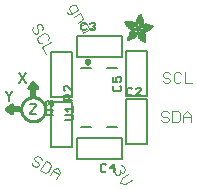
<source format=gbr>
G04 EAGLE Gerber RS-274X export*
G75*
%MOMM*%
%FSLAX34Y34*%
%LPD*%
%INSilkscreen Top*%
%IPPOS*%
%AMOC8*
5,1,8,0,0,1.08239X$1,22.5*%
G01*
%ADD10C,0.152400*%
%ADD11C,0.254000*%
%ADD12C,0.101600*%
%ADD13C,0.203200*%
%ADD14C,0.250000*%
%ADD15R,0.034300X0.003800*%
%ADD16R,0.057200X0.003800*%
%ADD17R,0.076200X0.003800*%
%ADD18R,0.091400X0.003800*%
%ADD19R,0.102900X0.003800*%
%ADD20R,0.114300X0.003900*%
%ADD21R,0.129500X0.003800*%
%ADD22R,0.137200X0.003800*%
%ADD23R,0.144800X0.003800*%
%ADD24R,0.152400X0.003800*%
%ADD25R,0.160000X0.003800*%
%ADD26R,0.171500X0.003800*%
%ADD27R,0.175300X0.003800*%
%ADD28R,0.182900X0.003800*%
%ADD29R,0.190500X0.003800*%
%ADD30R,0.194300X0.003900*%
%ADD31R,0.201900X0.003800*%
%ADD32R,0.209500X0.003800*%
%ADD33R,0.213400X0.003800*%
%ADD34R,0.221000X0.003800*%
%ADD35R,0.224800X0.003800*%
%ADD36R,0.232400X0.003800*%
%ADD37R,0.240000X0.003800*%
%ADD38R,0.243800X0.003800*%
%ADD39R,0.247600X0.003800*%
%ADD40R,0.255300X0.003900*%
%ADD41R,0.259100X0.003800*%
%ADD42R,0.262900X0.003800*%
%ADD43R,0.270500X0.003800*%
%ADD44R,0.274300X0.003800*%
%ADD45R,0.281900X0.003800*%
%ADD46R,0.285700X0.003800*%
%ADD47R,0.289500X0.003800*%
%ADD48R,0.297200X0.003800*%
%ADD49R,0.301000X0.003800*%
%ADD50R,0.304800X0.003900*%
%ADD51R,0.312400X0.003800*%
%ADD52R,0.316200X0.003800*%
%ADD53R,0.320000X0.003800*%
%ADD54R,0.327600X0.003800*%
%ADD55R,0.331500X0.003800*%
%ADD56R,0.339100X0.003800*%
%ADD57R,0.342900X0.003800*%
%ADD58R,0.346700X0.003800*%
%ADD59R,0.354300X0.003800*%
%ADD60R,0.358100X0.003900*%
%ADD61R,0.361900X0.003800*%
%ADD62R,0.369600X0.003800*%
%ADD63R,0.373400X0.003800*%
%ADD64R,0.377200X0.003800*%
%ADD65R,0.384800X0.003800*%
%ADD66R,0.388600X0.003800*%
%ADD67R,0.396200X0.003800*%
%ADD68R,0.400000X0.003800*%
%ADD69R,0.403800X0.003800*%
%ADD70R,0.411500X0.003900*%
%ADD71R,0.415300X0.003800*%
%ADD72R,0.419100X0.003800*%
%ADD73R,0.045700X0.003800*%
%ADD74R,0.426700X0.003800*%
%ADD75R,0.072400X0.003800*%
%ADD76R,0.430500X0.003800*%
%ADD77R,0.095300X0.003800*%
%ADD78R,0.438100X0.003800*%
%ADD79R,0.110500X0.003800*%
%ADD80R,0.441900X0.003800*%
%ADD81R,0.445800X0.003800*%
%ADD82R,0.144700X0.003800*%
%ADD83R,0.453400X0.003800*%
%ADD84R,0.457200X0.003800*%
%ADD85R,0.175300X0.003900*%
%ADD86R,0.461000X0.003900*%
%ADD87R,0.468600X0.003800*%
%ADD88R,0.205800X0.003800*%
%ADD89R,0.472400X0.003800*%
%ADD90R,0.217200X0.003800*%
%ADD91R,0.476200X0.003800*%
%ADD92R,0.483900X0.003800*%
%ADD93R,0.247700X0.003800*%
%ADD94R,0.487700X0.003800*%
%ADD95R,0.495300X0.003800*%
%ADD96R,0.499100X0.003800*%
%ADD97R,0.502900X0.003800*%
%ADD98R,0.510500X0.003800*%
%ADD99R,0.308600X0.003900*%
%ADD100R,0.514300X0.003900*%
%ADD101R,0.323800X0.003800*%
%ADD102R,0.518100X0.003800*%
%ADD103R,0.335300X0.003800*%
%ADD104R,0.525800X0.003800*%
%ADD105R,0.529600X0.003800*%
%ADD106R,0.358100X0.003800*%
%ADD107R,0.533400X0.003800*%
%ADD108R,0.537200X0.003800*%
%ADD109R,0.381000X0.003800*%
%ADD110R,0.544800X0.003800*%
%ADD111R,0.392400X0.003800*%
%ADD112R,0.548600X0.003800*%
%ADD113R,0.552400X0.003800*%
%ADD114R,0.556200X0.003800*%
%ADD115R,0.422900X0.003900*%
%ADD116R,0.560100X0.003900*%
%ADD117R,0.434300X0.003800*%
%ADD118R,0.563900X0.003800*%
%ADD119R,0.567700X0.003800*%
%ADD120R,0.461000X0.003800*%
%ADD121R,0.571500X0.003800*%
%ADD122R,0.575300X0.003800*%
%ADD123R,0.480100X0.003800*%
%ADD124R,0.579100X0.003800*%
%ADD125R,0.491500X0.003800*%
%ADD126R,0.582900X0.003800*%
%ADD127R,0.586700X0.003800*%
%ADD128R,0.510600X0.003800*%
%ADD129R,0.590500X0.003800*%
%ADD130R,0.522000X0.003800*%
%ADD131R,0.594300X0.003800*%
%ADD132R,0.533400X0.003900*%
%ADD133R,0.598200X0.003900*%
%ADD134R,0.541000X0.003800*%
%ADD135R,0.602000X0.003800*%
%ADD136R,0.552500X0.003800*%
%ADD137R,0.605800X0.003800*%
%ADD138R,0.560100X0.003800*%
%ADD139R,0.609600X0.003800*%
%ADD140R,0.613400X0.003800*%
%ADD141R,0.583000X0.003800*%
%ADD142R,0.617200X0.003800*%
%ADD143R,0.594400X0.003800*%
%ADD144R,0.621000X0.003800*%
%ADD145R,0.598200X0.003800*%
%ADD146R,0.624800X0.003800*%
%ADD147R,0.613500X0.003900*%
%ADD148R,0.628600X0.003900*%
%ADD149R,0.632400X0.003800*%
%ADD150R,0.628600X0.003800*%
%ADD151R,0.636300X0.003800*%
%ADD152R,0.640100X0.003800*%
%ADD153R,0.636200X0.003800*%
%ADD154R,0.643900X0.003800*%
%ADD155R,0.647700X0.003800*%
%ADD156R,0.651500X0.003800*%
%ADD157R,0.659100X0.003800*%
%ADD158R,0.659100X0.003900*%
%ADD159R,0.655300X0.003900*%
%ADD160R,0.662900X0.003800*%
%ADD161R,0.655300X0.003800*%
%ADD162R,0.670500X0.003800*%
%ADD163R,0.670600X0.003800*%
%ADD164R,0.674400X0.003800*%
%ADD165R,0.682000X0.003800*%
%ADD166R,0.666700X0.003800*%
%ADD167R,0.685800X0.003800*%
%ADD168R,0.689600X0.003800*%
%ADD169R,0.693400X0.003900*%
%ADD170R,0.674400X0.003900*%
%ADD171R,0.697200X0.003800*%
%ADD172R,0.678200X0.003800*%
%ADD173R,0.697300X0.003800*%
%ADD174R,0.701100X0.003800*%
%ADD175R,0.704900X0.003800*%
%ADD176R,0.708700X0.003800*%
%ADD177R,0.712500X0.003800*%
%ADD178R,0.716300X0.003800*%
%ADD179R,0.720100X0.003900*%
%ADD180R,0.689600X0.003900*%
%ADD181R,0.720000X0.003800*%
%ADD182R,0.693400X0.003800*%
%ADD183R,0.723900X0.003800*%
%ADD184R,0.727700X0.003800*%
%ADD185R,0.731500X0.003800*%
%ADD186R,0.701000X0.003800*%
%ADD187R,0.735300X0.003800*%
%ADD188R,0.731500X0.003900*%
%ADD189R,0.701000X0.003900*%
%ADD190R,0.704800X0.003800*%
%ADD191R,0.739100X0.003800*%
%ADD192R,0.743000X0.003800*%
%ADD193R,0.739200X0.003800*%
%ADD194R,0.743000X0.003900*%
%ADD195R,0.704800X0.003900*%
%ADD196R,0.746800X0.003800*%
%ADD197R,0.746800X0.003900*%
%ADD198R,0.742900X0.003800*%
%ADD199R,0.746700X0.003800*%
%ADD200R,0.746700X0.003900*%
%ADD201R,1.428800X0.003800*%
%ADD202R,1.424900X0.003800*%
%ADD203R,1.421100X0.003900*%
%ADD204R,1.421100X0.003800*%
%ADD205R,1.417300X0.003800*%
%ADD206R,1.413500X0.003800*%
%ADD207R,1.409700X0.003800*%
%ADD208R,1.405900X0.003800*%
%ADD209R,1.402100X0.003800*%
%ADD210R,1.398300X0.003800*%
%ADD211R,0.983000X0.003900*%
%ADD212R,0.384800X0.003900*%
%ADD213R,0.971600X0.003800*%
%ADD214R,0.963900X0.003800*%
%ADD215R,0.956300X0.003800*%
%ADD216R,0.365800X0.003800*%
%ADD217R,0.952500X0.003800*%
%ADD218R,0.941000X0.003800*%
%ADD219R,0.358200X0.003800*%
%ADD220R,0.937200X0.003800*%
%ADD221R,0.933400X0.003800*%
%ADD222R,0.354400X0.003800*%
%ADD223R,0.925800X0.003800*%
%ADD224R,0.350500X0.003800*%
%ADD225R,0.922000X0.003800*%
%ADD226R,0.918200X0.003900*%
%ADD227R,0.346700X0.003900*%
%ADD228R,0.910600X0.003800*%
%ADD229R,0.906800X0.003800*%
%ADD230R,0.903000X0.003800*%
%ADD231R,0.339000X0.003800*%
%ADD232R,0.895300X0.003800*%
%ADD233R,0.335200X0.003800*%
%ADD234R,0.887700X0.003800*%
%ADD235R,0.883900X0.003800*%
%ADD236R,0.331400X0.003800*%
%ADD237R,0.880100X0.003800*%
%ADD238R,0.876300X0.003800*%
%ADD239R,0.468600X0.003900*%
%ADD240R,0.396200X0.003900*%
%ADD241R,0.323800X0.003900*%
%ADD242R,0.449600X0.003800*%
%ADD243R,0.323900X0.003800*%
%ADD244R,0.442000X0.003800*%
%ADD245R,0.434400X0.003800*%
%ADD246R,0.320100X0.003800*%
%ADD247R,0.316300X0.003800*%
%ADD248R,0.426800X0.003800*%
%ADD249R,0.327700X0.003800*%
%ADD250R,0.312500X0.003800*%
%ADD251R,0.422900X0.003800*%
%ADD252R,0.308600X0.003800*%
%ADD253R,0.293400X0.003800*%
%ADD254R,0.304800X0.003800*%
%ADD255R,0.419100X0.003900*%
%ADD256R,0.285700X0.003900*%
%ADD257R,0.301000X0.003900*%
%ADD258R,0.411500X0.003800*%
%ADD259R,0.407700X0.003800*%
%ADD260R,0.289600X0.003800*%
%ADD261R,0.285800X0.003800*%
%ADD262R,0.403900X0.003800*%
%ADD263R,0.228600X0.003800*%
%ADD264R,0.403900X0.003900*%
%ADD265R,0.221000X0.003900*%
%ADD266R,0.278100X0.003900*%
%ADD267R,0.400100X0.003800*%
%ADD268R,0.209600X0.003800*%
%ADD269R,0.266700X0.003800*%
%ADD270R,0.038100X0.003800*%
%ADD271R,0.194300X0.003800*%
%ADD272R,0.148600X0.003800*%
%ADD273R,0.259000X0.003800*%
%ADD274R,0.182800X0.003800*%
%ADD275R,0.186700X0.003800*%
%ADD276R,0.251400X0.003800*%
%ADD277R,0.179100X0.003800*%
%ADD278R,0.236200X0.003800*%
%ADD279R,0.243900X0.003900*%
%ADD280R,0.282000X0.003900*%
%ADD281R,0.167700X0.003800*%
%ADD282R,0.236300X0.003800*%
%ADD283R,0.396300X0.003800*%
%ADD284R,0.163900X0.003800*%
%ADD285R,0.392500X0.003800*%
%ADD286R,0.160100X0.003800*%
%ADD287R,0.586800X0.003800*%
%ADD288R,0.148500X0.003800*%
%ADD289R,0.140900X0.003800*%
%ADD290R,0.392400X0.003900*%
%ADD291R,0.140900X0.003900*%
%ADD292R,0.647700X0.003900*%
%ADD293R,0.133300X0.003800*%
%ADD294R,0.674300X0.003800*%
%ADD295R,0.388700X0.003800*%
%ADD296R,0.125700X0.003800*%
%ADD297R,0.121900X0.003800*%
%ADD298R,0.720100X0.003800*%
%ADD299R,0.118100X0.003800*%
%ADD300R,0.118100X0.003900*%
%ADD301R,0.739100X0.003900*%
%ADD302R,0.114300X0.003800*%
%ADD303R,0.754400X0.003800*%
%ADD304R,0.765800X0.003800*%
%ADD305R,0.773400X0.003800*%
%ADD306R,0.784800X0.003800*%
%ADD307R,0.118200X0.003800*%
%ADD308R,0.792500X0.003800*%
%ADD309R,0.803900X0.003800*%
%ADD310R,0.122000X0.003800*%
%ADD311R,0.815400X0.003800*%
%ADD312R,0.125800X0.003800*%
%ADD313R,0.826800X0.003800*%
%ADD314R,0.369500X0.003900*%
%ADD315R,0.133400X0.003900*%
%ADD316R,0.842000X0.003900*%
%ADD317R,0.365700X0.003800*%
%ADD318R,1.009700X0.003800*%
%ADD319R,1.013500X0.003800*%
%ADD320R,0.362000X0.003800*%
%ADD321R,1.024900X0.003800*%
%ADD322R,1.028700X0.003800*%
%ADD323R,1.036300X0.003800*%
%ADD324R,1.047800X0.003800*%
%ADD325R,1.055400X0.003800*%
%ADD326R,1.070600X0.003800*%
%ADD327R,0.030500X0.003800*%
%ADD328R,1.436400X0.003800*%
%ADD329R,1.562100X0.003900*%
%ADD330R,1.588700X0.003800*%
%ADD331R,1.607800X0.003800*%
%ADD332R,1.626900X0.003800*%
%ADD333R,1.642100X0.003800*%
%ADD334R,1.657400X0.003800*%
%ADD335R,1.676400X0.003800*%
%ADD336R,1.687800X0.003800*%
%ADD337R,1.703000X0.003800*%
%ADD338R,1.714500X0.003800*%
%ADD339R,1.726000X0.003900*%
%ADD340R,1.741200X0.003800*%
%ADD341R,0.914400X0.003800*%
%ADD342R,0.769600X0.003800*%
%ADD343R,0.884000X0.003800*%
%ADD344R,0.712400X0.003800*%
%ADD345R,0.880100X0.003900*%
%ADD346R,0.887800X0.003800*%
%ADD347R,0.891600X0.003800*%
%ADD348R,0.895400X0.003800*%
%ADD349R,0.251500X0.003800*%
%ADD350R,0.579200X0.003900*%
%ADD351R,0.243900X0.003800*%
%ADD352R,0.556300X0.003800*%
%ADD353R,0.255200X0.003800*%
%ADD354R,0.529500X0.003800*%
%ADD355R,0.731600X0.003800*%
%ADD356R,0.525800X0.003900*%
%ADD357R,0.281900X0.003900*%
%ADD358R,0.735400X0.003900*%
%ADD359R,0.300900X0.003800*%
%ADD360R,0.762000X0.003800*%
%ADD361R,0.518200X0.003800*%
%ADD362R,0.350600X0.003800*%
%ADD363R,0.796300X0.003800*%
%ADD364R,0.807800X0.003800*%
%ADD365R,0.506700X0.003800*%
%ADD366R,0.849600X0.003800*%
%ADD367R,0.506700X0.003900*%
%ADD368R,1.371600X0.003900*%
%ADD369R,1.207800X0.003800*%
%ADD370R,0.503000X0.003800*%
%ADD371R,0.141000X0.003800*%
%ADD372R,1.203900X0.003800*%
%ADD373R,1.204000X0.003800*%
%ADD374R,1.200200X0.003800*%
%ADD375R,0.499100X0.003900*%
%ADD376R,0.156200X0.003900*%
%ADD377R,1.196400X0.003900*%
%ADD378R,1.196400X0.003800*%
%ADD379R,0.163800X0.003800*%
%ADD380R,0.167600X0.003800*%
%ADD381R,1.192500X0.003800*%
%ADD382R,0.499200X0.003800*%
%ADD383R,1.188700X0.003800*%
%ADD384R,0.506800X0.003800*%
%ADD385R,1.184900X0.003800*%
%ADD386R,0.510600X0.003900*%
%ADD387R,0.209600X0.003900*%
%ADD388R,1.181100X0.003900*%
%ADD389R,0.514400X0.003800*%
%ADD390R,1.181100X0.003800*%
%ADD391R,1.177300X0.003800*%
%ADD392R,0.240100X0.003800*%
%ADD393R,1.173500X0.003800*%
%ADD394R,1.169700X0.003800*%
%ADD395R,1.165900X0.003800*%
%ADD396R,1.162100X0.003800*%
%ADD397R,0.929700X0.003900*%
%ADD398R,1.162100X0.003900*%
%ADD399R,0.929700X0.003800*%
%ADD400R,1.154500X0.003800*%
%ADD401R,0.933500X0.003800*%
%ADD402R,1.150600X0.003800*%
%ADD403R,0.937300X0.003800*%
%ADD404R,1.146800X0.003800*%
%ADD405R,0.941100X0.003800*%
%ADD406R,1.139200X0.003800*%
%ADD407R,0.944900X0.003800*%
%ADD408R,1.135400X0.003800*%
%ADD409R,0.948700X0.003800*%
%ADD410R,1.127800X0.003800*%
%ADD411R,1.124000X0.003800*%
%ADD412R,1.116400X0.003800*%
%ADD413R,0.956300X0.003900*%
%ADD414R,1.104900X0.003900*%
%ADD415R,0.960100X0.003800*%
%ADD416R,1.093500X0.003800*%
%ADD417R,1.085900X0.003800*%
%ADD418R,0.967800X0.003800*%
%ADD419R,1.074500X0.003800*%
%ADD420R,1.063000X0.003800*%
%ADD421R,0.975400X0.003800*%
%ADD422R,1.036400X0.003800*%
%ADD423R,0.979200X0.003800*%
%ADD424R,1.021000X0.003800*%
%ADD425R,0.983000X0.003800*%
%ADD426R,1.009600X0.003800*%
%ADD427R,0.986800X0.003800*%
%ADD428R,0.998200X0.003800*%
%ADD429R,0.990600X0.003900*%
%ADD430R,0.986700X0.003900*%
%ADD431R,0.994400X0.003800*%
%ADD432R,0.975300X0.003800*%
%ADD433R,0.948600X0.003800*%
%ADD434R,1.002000X0.003800*%
%ADD435R,0.213300X0.003800*%
%ADD436R,0.217100X0.003800*%
%ADD437R,1.017300X0.003800*%
%ADD438R,0.666800X0.003800*%
%ADD439R,0.220900X0.003800*%
%ADD440R,1.028700X0.003900*%
%ADD441R,0.224700X0.003900*%
%ADD442R,1.032500X0.003800*%
%ADD443R,1.040100X0.003800*%
%ADD444R,1.043900X0.003800*%
%ADD445R,0.548700X0.003800*%
%ADD446R,1.051500X0.003800*%
%ADD447R,1.055300X0.003800*%
%ADD448R,1.059100X0.003800*%
%ADD449R,1.062900X0.003800*%
%ADD450R,0.255300X0.003800*%
%ADD451R,1.066800X0.003900*%
%ADD452R,0.259100X0.003900*%
%ADD453R,0.457200X0.003900*%
%ADD454R,0.423000X0.003800*%
%ADD455R,1.082100X0.003800*%
%ADD456R,0.274400X0.003800*%
%ADD457R,0.278200X0.003800*%
%ADD458R,1.101100X0.003800*%
%ADD459R,0.278100X0.003800*%
%ADD460R,0.876300X0.003900*%
%ADD461R,0.236200X0.003900*%
%ADD462R,0.289600X0.003900*%
%ADD463R,0.247700X0.003900*%
%ADD464R,0.049500X0.003800*%
%ADD465R,0.640100X0.003900*%
%ADD466R,0.659200X0.003800*%
%ADD467R,0.663000X0.003800*%
%ADD468R,0.872500X0.003900*%
%ADD469R,0.666800X0.003900*%
%ADD470R,0.872500X0.003800*%
%ADD471R,0.868700X0.003800*%
%ADD472R,0.864900X0.003800*%
%ADD473R,0.861100X0.003800*%
%ADD474R,0.857300X0.003800*%
%ADD475R,0.853400X0.003800*%
%ADD476R,0.845800X0.003800*%
%ADD477R,0.682000X0.003900*%
%ADD478R,0.842000X0.003800*%
%ADD479R,0.834400X0.003800*%
%ADD480R,0.823000X0.003800*%
%ADD481R,0.815300X0.003800*%
%ADD482R,0.811500X0.003800*%
%ADD483R,0.788700X0.003800*%
%ADD484R,0.777300X0.003900*%
%ADD485R,0.750600X0.003800*%
%ADD486R,0.735400X0.003800*%
%ADD487R,0.727800X0.003800*%
%ADD488R,0.628700X0.003800*%
%ADD489R,0.575400X0.003800*%
%ADD490R,0.670600X0.003900*%
%ADD491R,0.655400X0.003800*%
%ADD492R,0.651500X0.003900*%
%ADD493R,0.624800X0.003900*%
%ADD494R,0.594400X0.003900*%
%ADD495R,0.563900X0.003900*%
%ADD496R,0.541100X0.003800*%
%ADD497R,0.537300X0.003800*%
%ADD498R,0.525700X0.003800*%
%ADD499R,0.525700X0.003900*%
%ADD500R,0.514300X0.003800*%
%ADD501R,0.480100X0.003900*%
%ADD502R,0.464800X0.003800*%
%ADD503R,0.442000X0.003900*%
%ADD504R,0.438200X0.003800*%
%ADD505R,0.430600X0.003800*%
%ADD506R,0.407600X0.003800*%
%ADD507R,0.403800X0.003900*%
%ADD508R,0.365700X0.003900*%
%ADD509R,0.327700X0.003900*%
%ADD510R,0.243800X0.003900*%
%ADD511R,0.205800X0.003900*%
%ADD512R,0.198100X0.003800*%
%ADD513R,0.163800X0.003900*%
%ADD514R,0.137100X0.003800*%
%ADD515R,0.091500X0.003900*%
%ADD516R,0.060900X0.003800*%

G36*
X-73631Y-15310D02*
X-73631Y-15310D01*
X-73520Y-15312D01*
X-73472Y-15300D01*
X-73423Y-15297D01*
X-73319Y-15263D01*
X-73211Y-15237D01*
X-73167Y-15214D01*
X-73121Y-15199D01*
X-73028Y-15140D01*
X-72930Y-15088D01*
X-72894Y-15055D01*
X-72852Y-15029D01*
X-72776Y-14948D01*
X-72695Y-14874D01*
X-72668Y-14833D01*
X-72634Y-14797D01*
X-72581Y-14701D01*
X-72520Y-14609D01*
X-72504Y-14562D01*
X-72480Y-14519D01*
X-72453Y-14412D01*
X-72417Y-14308D01*
X-72413Y-14259D01*
X-72401Y-14211D01*
X-72391Y-14050D01*
X-72391Y-12779D01*
X-67310Y-12779D01*
X-67192Y-12764D01*
X-67073Y-12757D01*
X-67035Y-12744D01*
X-66994Y-12739D01*
X-66884Y-12696D01*
X-66771Y-12659D01*
X-66736Y-12637D01*
X-66699Y-12622D01*
X-66603Y-12553D01*
X-66502Y-12489D01*
X-66474Y-12459D01*
X-66441Y-12436D01*
X-66366Y-12344D01*
X-66284Y-12257D01*
X-66264Y-12222D01*
X-66239Y-12191D01*
X-66188Y-12083D01*
X-66130Y-11979D01*
X-66120Y-11939D01*
X-66103Y-11903D01*
X-66081Y-11786D01*
X-66051Y-11671D01*
X-66047Y-11611D01*
X-66043Y-11591D01*
X-66045Y-11570D01*
X-66041Y-11510D01*
X-66041Y-8970D01*
X-66056Y-8852D01*
X-66063Y-8733D01*
X-66076Y-8695D01*
X-66081Y-8654D01*
X-66124Y-8544D01*
X-66161Y-8431D01*
X-66183Y-8396D01*
X-66198Y-8359D01*
X-66268Y-8263D01*
X-66331Y-8162D01*
X-66361Y-8134D01*
X-66384Y-8101D01*
X-66476Y-8026D01*
X-66563Y-7944D01*
X-66598Y-7924D01*
X-66629Y-7899D01*
X-66737Y-7848D01*
X-66841Y-7790D01*
X-66881Y-7780D01*
X-66917Y-7763D01*
X-67034Y-7741D01*
X-67149Y-7711D01*
X-67210Y-7707D01*
X-67230Y-7703D01*
X-67250Y-7705D01*
X-67310Y-7701D01*
X-72391Y-7701D01*
X-72391Y-6430D01*
X-72397Y-6381D01*
X-72395Y-6332D01*
X-72409Y-6261D01*
X-72413Y-6198D01*
X-72425Y-6162D01*
X-72431Y-6114D01*
X-72449Y-6069D01*
X-72459Y-6020D01*
X-72494Y-5948D01*
X-72511Y-5895D01*
X-72528Y-5868D01*
X-72548Y-5819D01*
X-72577Y-5779D01*
X-72598Y-5734D01*
X-72655Y-5668D01*
X-72681Y-5626D01*
X-72700Y-5608D01*
X-72734Y-5561D01*
X-72773Y-5530D01*
X-72805Y-5492D01*
X-72881Y-5439D01*
X-72913Y-5408D01*
X-72932Y-5398D01*
X-72979Y-5359D01*
X-73024Y-5338D01*
X-73065Y-5309D01*
X-73156Y-5274D01*
X-73191Y-5255D01*
X-73209Y-5250D01*
X-73267Y-5223D01*
X-73316Y-5214D01*
X-73362Y-5196D01*
X-73462Y-5185D01*
X-73499Y-5175D01*
X-73524Y-5174D01*
X-73580Y-5163D01*
X-73629Y-5166D01*
X-73678Y-5161D01*
X-73787Y-5176D01*
X-73897Y-5183D01*
X-73944Y-5198D01*
X-73993Y-5205D01*
X-74095Y-5247D01*
X-74199Y-5281D01*
X-74241Y-5308D01*
X-74261Y-5316D01*
X-74277Y-5322D01*
X-74278Y-5323D01*
X-74287Y-5326D01*
X-74422Y-5415D01*
X-79502Y-9225D01*
X-79570Y-9291D01*
X-79606Y-9317D01*
X-79634Y-9351D01*
X-79705Y-9416D01*
X-79716Y-9432D01*
X-79730Y-9446D01*
X-79781Y-9528D01*
X-79808Y-9562D01*
X-79827Y-9601D01*
X-79880Y-9681D01*
X-79886Y-9700D01*
X-79896Y-9717D01*
X-79925Y-9809D01*
X-79944Y-9849D01*
X-79952Y-9893D01*
X-79983Y-9982D01*
X-79984Y-10002D01*
X-79990Y-10021D01*
X-79995Y-10115D01*
X-80004Y-10162D01*
X-80001Y-10209D01*
X-80008Y-10299D01*
X-80005Y-10319D01*
X-80005Y-10338D01*
X-79987Y-10427D01*
X-79984Y-10479D01*
X-79968Y-10528D01*
X-79953Y-10613D01*
X-79945Y-10631D01*
X-79941Y-10650D01*
X-79904Y-10727D01*
X-79886Y-10782D01*
X-79855Y-10830D01*
X-79823Y-10903D01*
X-79810Y-10918D01*
X-79802Y-10936D01*
X-79750Y-10996D01*
X-79716Y-11050D01*
X-79670Y-11094D01*
X-79624Y-11151D01*
X-79603Y-11169D01*
X-79595Y-11178D01*
X-79579Y-11189D01*
X-79502Y-11255D01*
X-74422Y-15065D01*
X-74379Y-15090D01*
X-74341Y-15121D01*
X-74241Y-15168D01*
X-74145Y-15223D01*
X-74097Y-15236D01*
X-74053Y-15257D01*
X-73945Y-15278D01*
X-73838Y-15307D01*
X-73789Y-15307D01*
X-73741Y-15317D01*
X-73631Y-15310D01*
G37*
G36*
X-54492Y-64D02*
X-54492Y-64D01*
X-54373Y-57D01*
X-54335Y-44D01*
X-54294Y-39D01*
X-54184Y4D01*
X-54071Y41D01*
X-54036Y63D01*
X-53999Y78D01*
X-53903Y148D01*
X-53802Y211D01*
X-53774Y241D01*
X-53741Y264D01*
X-53666Y356D01*
X-53584Y443D01*
X-53564Y478D01*
X-53539Y509D01*
X-53488Y617D01*
X-53430Y721D01*
X-53420Y761D01*
X-53403Y797D01*
X-53381Y914D01*
X-53351Y1029D01*
X-53347Y1090D01*
X-53343Y1110D01*
X-53345Y1130D01*
X-53341Y1190D01*
X-53341Y6271D01*
X-52070Y6271D01*
X-52021Y6277D01*
X-51972Y6275D01*
X-51864Y6297D01*
X-51754Y6311D01*
X-51709Y6329D01*
X-51660Y6339D01*
X-51561Y6387D01*
X-51459Y6428D01*
X-51419Y6457D01*
X-51374Y6478D01*
X-51291Y6550D01*
X-51201Y6614D01*
X-51170Y6653D01*
X-51132Y6685D01*
X-51069Y6775D01*
X-50999Y6859D01*
X-50978Y6904D01*
X-50949Y6945D01*
X-50910Y7048D01*
X-50863Y7147D01*
X-50854Y7196D01*
X-50836Y7242D01*
X-50824Y7352D01*
X-50803Y7460D01*
X-50806Y7509D01*
X-50801Y7558D01*
X-50816Y7667D01*
X-50823Y7777D01*
X-50838Y7824D01*
X-50845Y7873D01*
X-50887Y7975D01*
X-50921Y8079D01*
X-50948Y8121D01*
X-50966Y8167D01*
X-51055Y8302D01*
X-54865Y13382D01*
X-54883Y13401D01*
X-54896Y13421D01*
X-54969Y13490D01*
X-55056Y13585D01*
X-55072Y13596D01*
X-55086Y13610D01*
X-55117Y13629D01*
X-55128Y13639D01*
X-55183Y13670D01*
X-55205Y13683D01*
X-55321Y13760D01*
X-55340Y13766D01*
X-55357Y13776D01*
X-55402Y13790D01*
X-55406Y13793D01*
X-55429Y13799D01*
X-55490Y13818D01*
X-55622Y13863D01*
X-55642Y13864D01*
X-55661Y13870D01*
X-55741Y13874D01*
X-55859Y13882D01*
X-55939Y13888D01*
X-55959Y13885D01*
X-55978Y13885D01*
X-56115Y13857D01*
X-56194Y13843D01*
X-56201Y13843D01*
X-56202Y13842D01*
X-56253Y13833D01*
X-56271Y13825D01*
X-56290Y13821D01*
X-56415Y13760D01*
X-56456Y13741D01*
X-56496Y13726D01*
X-56504Y13720D01*
X-56543Y13703D01*
X-56558Y13690D01*
X-56576Y13682D01*
X-56682Y13591D01*
X-56685Y13589D01*
X-56754Y13539D01*
X-56766Y13524D01*
X-56791Y13504D01*
X-56809Y13483D01*
X-56818Y13475D01*
X-56829Y13459D01*
X-56895Y13382D01*
X-60705Y8302D01*
X-60730Y8259D01*
X-60761Y8221D01*
X-60808Y8121D01*
X-60863Y8025D01*
X-60876Y7977D01*
X-60897Y7933D01*
X-60918Y7825D01*
X-60947Y7718D01*
X-60947Y7669D01*
X-60957Y7621D01*
X-60950Y7511D01*
X-60952Y7400D01*
X-60940Y7352D01*
X-60937Y7303D01*
X-60903Y7199D01*
X-60877Y7091D01*
X-60854Y7047D01*
X-60839Y7001D01*
X-60780Y6908D01*
X-60728Y6810D01*
X-60695Y6774D01*
X-60669Y6732D01*
X-60588Y6656D01*
X-60514Y6575D01*
X-60473Y6548D01*
X-60437Y6514D01*
X-60341Y6461D01*
X-60249Y6400D01*
X-60202Y6384D01*
X-60159Y6360D01*
X-60052Y6333D01*
X-59948Y6297D01*
X-59899Y6293D01*
X-59851Y6281D01*
X-59690Y6271D01*
X-58419Y6271D01*
X-58419Y1190D01*
X-58404Y1072D01*
X-58397Y953D01*
X-58384Y915D01*
X-58379Y874D01*
X-58336Y764D01*
X-58299Y651D01*
X-58277Y616D01*
X-58262Y579D01*
X-58193Y483D01*
X-58129Y382D01*
X-58099Y354D01*
X-58076Y321D01*
X-57984Y246D01*
X-57897Y164D01*
X-57862Y144D01*
X-57831Y119D01*
X-57723Y68D01*
X-57619Y10D01*
X-57579Y0D01*
X-57543Y-17D01*
X-57426Y-39D01*
X-57311Y-69D01*
X-57251Y-73D01*
X-57231Y-77D01*
X-57210Y-75D01*
X-57150Y-79D01*
X-54610Y-79D01*
X-54492Y-64D01*
G37*
D10*
X-79248Y5515D02*
X-79248Y4075D01*
X-76367Y1194D01*
X-73486Y4075D01*
X-73486Y5515D01*
X-76367Y1194D02*
X-76367Y-3128D01*
X-62056Y12112D02*
X-67818Y20755D01*
X-62056Y20755D02*
X-67818Y12112D01*
X-58928Y-5915D02*
X-53166Y-5915D01*
X-53166Y-7355D01*
X-58928Y-13117D01*
X-58928Y-14558D01*
X-53166Y-14558D01*
D11*
X-66040Y-10160D02*
X-66037Y-9911D01*
X-66028Y-9661D01*
X-66012Y-9413D01*
X-65991Y-9164D01*
X-65964Y-8916D01*
X-65930Y-8669D01*
X-65890Y-8423D01*
X-65845Y-8178D01*
X-65793Y-7934D01*
X-65736Y-7691D01*
X-65672Y-7450D01*
X-65603Y-7211D01*
X-65527Y-6973D01*
X-65446Y-6737D01*
X-65359Y-6503D01*
X-65267Y-6272D01*
X-65168Y-6043D01*
X-65065Y-5816D01*
X-64955Y-5592D01*
X-64840Y-5371D01*
X-64720Y-5152D01*
X-64595Y-4937D01*
X-64464Y-4724D01*
X-64328Y-4515D01*
X-64187Y-4310D01*
X-64041Y-4108D01*
X-63890Y-3909D01*
X-63734Y-3715D01*
X-63573Y-3524D01*
X-63408Y-3337D01*
X-63238Y-3154D01*
X-63064Y-2976D01*
X-62886Y-2802D01*
X-62703Y-2632D01*
X-62516Y-2467D01*
X-62325Y-2306D01*
X-62131Y-2150D01*
X-61932Y-1999D01*
X-61730Y-1853D01*
X-61525Y-1712D01*
X-61316Y-1576D01*
X-61103Y-1445D01*
X-60888Y-1320D01*
X-60669Y-1200D01*
X-60448Y-1085D01*
X-60224Y-975D01*
X-59997Y-872D01*
X-59768Y-773D01*
X-59537Y-681D01*
X-59303Y-594D01*
X-59067Y-513D01*
X-58829Y-437D01*
X-58590Y-368D01*
X-58349Y-304D01*
X-58106Y-247D01*
X-57862Y-195D01*
X-57617Y-150D01*
X-57371Y-110D01*
X-57124Y-76D01*
X-56876Y-49D01*
X-56627Y-28D01*
X-56379Y-12D01*
X-56129Y-3D01*
X-55880Y0D01*
X-55631Y-3D01*
X-55381Y-12D01*
X-55133Y-28D01*
X-54884Y-49D01*
X-54636Y-76D01*
X-54389Y-110D01*
X-54143Y-150D01*
X-53898Y-195D01*
X-53654Y-247D01*
X-53411Y-304D01*
X-53170Y-368D01*
X-52931Y-437D01*
X-52693Y-513D01*
X-52457Y-594D01*
X-52223Y-681D01*
X-51992Y-773D01*
X-51763Y-872D01*
X-51536Y-975D01*
X-51312Y-1085D01*
X-51091Y-1200D01*
X-50872Y-1320D01*
X-50657Y-1445D01*
X-50444Y-1576D01*
X-50235Y-1712D01*
X-50030Y-1853D01*
X-49828Y-1999D01*
X-49629Y-2150D01*
X-49435Y-2306D01*
X-49244Y-2467D01*
X-49057Y-2632D01*
X-48874Y-2802D01*
X-48696Y-2976D01*
X-48522Y-3154D01*
X-48352Y-3337D01*
X-48187Y-3524D01*
X-48026Y-3715D01*
X-47870Y-3909D01*
X-47719Y-4108D01*
X-47573Y-4310D01*
X-47432Y-4515D01*
X-47296Y-4724D01*
X-47165Y-4937D01*
X-47040Y-5152D01*
X-46920Y-5371D01*
X-46805Y-5592D01*
X-46695Y-5816D01*
X-46592Y-6043D01*
X-46493Y-6272D01*
X-46401Y-6503D01*
X-46314Y-6737D01*
X-46233Y-6973D01*
X-46157Y-7211D01*
X-46088Y-7450D01*
X-46024Y-7691D01*
X-45967Y-7934D01*
X-45915Y-8178D01*
X-45870Y-8423D01*
X-45830Y-8669D01*
X-45796Y-8916D01*
X-45769Y-9164D01*
X-45748Y-9413D01*
X-45732Y-9661D01*
X-45723Y-9911D01*
X-45720Y-10160D01*
X-45723Y-10409D01*
X-45732Y-10659D01*
X-45748Y-10907D01*
X-45769Y-11156D01*
X-45796Y-11404D01*
X-45830Y-11651D01*
X-45870Y-11897D01*
X-45915Y-12142D01*
X-45967Y-12386D01*
X-46024Y-12629D01*
X-46088Y-12870D01*
X-46157Y-13109D01*
X-46233Y-13347D01*
X-46314Y-13583D01*
X-46401Y-13817D01*
X-46493Y-14048D01*
X-46592Y-14277D01*
X-46695Y-14504D01*
X-46805Y-14728D01*
X-46920Y-14949D01*
X-47040Y-15168D01*
X-47165Y-15383D01*
X-47296Y-15596D01*
X-47432Y-15805D01*
X-47573Y-16010D01*
X-47719Y-16212D01*
X-47870Y-16411D01*
X-48026Y-16605D01*
X-48187Y-16796D01*
X-48352Y-16983D01*
X-48522Y-17166D01*
X-48696Y-17344D01*
X-48874Y-17518D01*
X-49057Y-17688D01*
X-49244Y-17853D01*
X-49435Y-18014D01*
X-49629Y-18170D01*
X-49828Y-18321D01*
X-50030Y-18467D01*
X-50235Y-18608D01*
X-50444Y-18744D01*
X-50657Y-18875D01*
X-50872Y-19000D01*
X-51091Y-19120D01*
X-51312Y-19235D01*
X-51536Y-19345D01*
X-51763Y-19448D01*
X-51992Y-19547D01*
X-52223Y-19639D01*
X-52457Y-19726D01*
X-52693Y-19807D01*
X-52931Y-19883D01*
X-53170Y-19952D01*
X-53411Y-20016D01*
X-53654Y-20073D01*
X-53898Y-20125D01*
X-54143Y-20170D01*
X-54389Y-20210D01*
X-54636Y-20244D01*
X-54884Y-20271D01*
X-55133Y-20292D01*
X-55381Y-20308D01*
X-55631Y-20317D01*
X-55880Y-20320D01*
X-56129Y-20317D01*
X-56379Y-20308D01*
X-56627Y-20292D01*
X-56876Y-20271D01*
X-57124Y-20244D01*
X-57371Y-20210D01*
X-57617Y-20170D01*
X-57862Y-20125D01*
X-58106Y-20073D01*
X-58349Y-20016D01*
X-58590Y-19952D01*
X-58829Y-19883D01*
X-59067Y-19807D01*
X-59303Y-19726D01*
X-59537Y-19639D01*
X-59768Y-19547D01*
X-59997Y-19448D01*
X-60224Y-19345D01*
X-60448Y-19235D01*
X-60669Y-19120D01*
X-60888Y-19000D01*
X-61103Y-18875D01*
X-61316Y-18744D01*
X-61525Y-18608D01*
X-61730Y-18467D01*
X-61932Y-18321D01*
X-62131Y-18170D01*
X-62325Y-18014D01*
X-62516Y-17853D01*
X-62703Y-17688D01*
X-62886Y-17518D01*
X-63064Y-17344D01*
X-63238Y-17166D01*
X-63408Y-16983D01*
X-63573Y-16796D01*
X-63734Y-16605D01*
X-63890Y-16411D01*
X-64041Y-16212D01*
X-64187Y-16010D01*
X-64328Y-15805D01*
X-64464Y-15596D01*
X-64595Y-15383D01*
X-64720Y-15168D01*
X-64840Y-14949D01*
X-64955Y-14728D01*
X-65065Y-14504D01*
X-65168Y-14277D01*
X-65267Y-14048D01*
X-65359Y-13817D01*
X-65446Y-13583D01*
X-65527Y-13347D01*
X-65603Y-13109D01*
X-65672Y-12870D01*
X-65736Y-12629D01*
X-65793Y-12386D01*
X-65845Y-12142D01*
X-65890Y-11897D01*
X-65930Y-11651D01*
X-65964Y-11404D01*
X-65991Y-11156D01*
X-66012Y-10907D01*
X-66028Y-10659D01*
X-66037Y-10409D01*
X-66040Y-10160D01*
D12*
X18355Y-57639D02*
X20438Y-58197D01*
X21964Y-60839D01*
X21405Y-62923D01*
X20084Y-63685D01*
X18001Y-63127D01*
X17238Y-61806D01*
X18001Y-63127D02*
X17442Y-65211D01*
X16121Y-65973D01*
X14038Y-65415D01*
X12513Y-62773D01*
X13071Y-60690D01*
X19069Y-68029D02*
X24353Y-64978D01*
X19069Y-68029D02*
X17953Y-72196D01*
X22120Y-73313D01*
X27404Y-70262D01*
X-26302Y70701D02*
X-27064Y72022D01*
X-26302Y70701D02*
X-24218Y70143D01*
X-17613Y73956D01*
X-19901Y77919D01*
X-21985Y78477D01*
X-24627Y76952D01*
X-25185Y74869D01*
X-22897Y70906D01*
X-21270Y68088D02*
X-15986Y71138D01*
X-13698Y67175D01*
X-14257Y65092D01*
X-18219Y62804D01*
X-13542Y54702D02*
X-5616Y59278D01*
X-13542Y54702D02*
X-15830Y58665D01*
X-15272Y60748D01*
X-12630Y62274D01*
X-10546Y61715D01*
X-8258Y57753D01*
X58424Y21090D02*
X59949Y19565D01*
X58424Y21090D02*
X55373Y21090D01*
X53848Y19565D01*
X53848Y18039D01*
X55373Y16514D01*
X58424Y16514D01*
X59949Y14989D01*
X59949Y13463D01*
X58424Y11938D01*
X55373Y11938D01*
X53848Y13463D01*
X67779Y21090D02*
X69304Y19565D01*
X67779Y21090D02*
X64728Y21090D01*
X63203Y19565D01*
X63203Y13463D01*
X64728Y11938D01*
X67779Y11938D01*
X69304Y13463D01*
X72558Y11938D02*
X72558Y21090D01*
X72558Y11938D02*
X78660Y11938D01*
X57154Y-11930D02*
X58679Y-13456D01*
X57154Y-11930D02*
X54103Y-11930D01*
X52578Y-13456D01*
X52578Y-14981D01*
X54103Y-16506D01*
X57154Y-16506D01*
X58679Y-18031D01*
X58679Y-19557D01*
X57154Y-21082D01*
X54103Y-21082D01*
X52578Y-19557D01*
X61933Y-21082D02*
X61933Y-11930D01*
X61933Y-21082D02*
X66509Y-21082D01*
X68034Y-19557D01*
X68034Y-13456D01*
X66509Y-11930D01*
X61933Y-11930D01*
X71288Y-14981D02*
X71288Y-21082D01*
X71288Y-14981D02*
X74339Y-11930D01*
X77390Y-14981D01*
X77390Y-21082D01*
X77390Y-16506D02*
X71288Y-16506D01*
X-48042Y56939D02*
X-47484Y59023D01*
X-49009Y61664D01*
X-51093Y62223D01*
X-52414Y61460D01*
X-52972Y59377D01*
X-51447Y56735D01*
X-52005Y54651D01*
X-53326Y53888D01*
X-55410Y54447D01*
X-56935Y57089D01*
X-56377Y59172D01*
X-42806Y50921D02*
X-43365Y48837D01*
X-42806Y50921D02*
X-44332Y53563D01*
X-46415Y54121D01*
X-51699Y51070D01*
X-52257Y48987D01*
X-50732Y46345D01*
X-48649Y45787D01*
X-48342Y42206D02*
X-40417Y46782D01*
X-48342Y42206D02*
X-45292Y36922D01*
X-49363Y-51172D02*
X-48804Y-53256D01*
X-49363Y-51172D02*
X-52005Y-49647D01*
X-54088Y-50205D01*
X-54851Y-51526D01*
X-54293Y-53610D01*
X-51651Y-55135D01*
X-51092Y-57219D01*
X-51855Y-58540D01*
X-53939Y-59098D01*
X-56581Y-57573D01*
X-57139Y-55489D01*
X-49800Y-61488D02*
X-45224Y-53562D01*
X-49800Y-61488D02*
X-45837Y-63776D01*
X-43753Y-63217D01*
X-40703Y-57934D01*
X-41261Y-55850D01*
X-45224Y-53562D01*
X-38647Y-60881D02*
X-41698Y-66165D01*
X-38647Y-60881D02*
X-34480Y-59765D01*
X-33363Y-63932D01*
X-36414Y-69216D01*
X-34126Y-65253D02*
X-39410Y-62202D01*
D13*
X40640Y-39370D02*
X40640Y-1270D01*
X40640Y-39370D02*
X22860Y-39370D01*
X22860Y-1270D01*
X40640Y-1270D01*
D10*
X27775Y7032D02*
X26674Y8134D01*
X24470Y8134D01*
X23369Y7032D01*
X23369Y2626D01*
X24470Y1524D01*
X26674Y1524D01*
X27775Y2626D01*
X30853Y1524D02*
X35259Y1524D01*
X30853Y1524D02*
X35259Y5930D01*
X35259Y7032D01*
X34158Y8134D01*
X31954Y8134D01*
X30853Y7032D01*
D13*
X-22860Y-3810D02*
X-22860Y-41910D01*
X-40640Y-41910D01*
X-40640Y-3810D01*
X-22860Y-3810D01*
D10*
X-23114Y-2141D02*
X-29724Y-2141D01*
X-29724Y1164D01*
X-28622Y2265D01*
X-26419Y2265D01*
X-25317Y1164D01*
X-25317Y-2141D01*
X-25317Y62D02*
X-23114Y2265D01*
X-23114Y5343D02*
X-23114Y9749D01*
X-23114Y5343D02*
X-27520Y9749D01*
X-28622Y9749D01*
X-29724Y8648D01*
X-29724Y6444D01*
X-28622Y5343D01*
D13*
X-40640Y0D02*
X-40640Y38100D01*
X-22860Y38100D01*
X-22860Y0D01*
X-40640Y0D01*
D10*
X-38862Y-15113D02*
X-45472Y-15113D01*
X-45472Y-11808D01*
X-44370Y-10707D01*
X-42167Y-10707D01*
X-41065Y-11808D01*
X-41065Y-15113D01*
X-41065Y-12910D02*
X-38862Y-10707D01*
X-44370Y-7629D02*
X-45472Y-6527D01*
X-45472Y-4324D01*
X-44370Y-3222D01*
X-43268Y-3222D01*
X-42167Y-4324D01*
X-42167Y-5426D01*
X-42167Y-4324D02*
X-41065Y-3222D01*
X-39964Y-3222D01*
X-38862Y-4324D01*
X-38862Y-6527D01*
X-39964Y-7629D01*
D13*
X-15000Y25000D02*
X-7000Y25000D01*
X7000Y25000D02*
X15000Y25000D01*
X15000Y-25000D02*
X7000Y-25000D01*
X-7000Y-25000D02*
X-15000Y-25000D01*
D14*
X-11500Y30000D02*
X-11498Y30077D01*
X-11492Y30154D01*
X-11482Y30231D01*
X-11468Y30307D01*
X-11451Y30382D01*
X-11429Y30456D01*
X-11404Y30529D01*
X-11374Y30601D01*
X-11342Y30671D01*
X-11305Y30739D01*
X-11266Y30805D01*
X-11223Y30869D01*
X-11176Y30931D01*
X-11127Y30990D01*
X-11074Y31047D01*
X-11019Y31101D01*
X-10961Y31152D01*
X-10900Y31200D01*
X-10837Y31245D01*
X-10772Y31286D01*
X-10705Y31324D01*
X-10636Y31359D01*
X-10565Y31389D01*
X-10493Y31417D01*
X-10419Y31440D01*
X-10345Y31460D01*
X-10269Y31476D01*
X-10193Y31488D01*
X-10116Y31496D01*
X-10039Y31500D01*
X-9961Y31500D01*
X-9884Y31496D01*
X-9807Y31488D01*
X-9731Y31476D01*
X-9655Y31460D01*
X-9581Y31440D01*
X-9507Y31417D01*
X-9435Y31389D01*
X-9364Y31359D01*
X-9295Y31324D01*
X-9228Y31286D01*
X-9163Y31245D01*
X-9100Y31200D01*
X-9039Y31152D01*
X-8981Y31101D01*
X-8926Y31047D01*
X-8873Y30990D01*
X-8824Y30931D01*
X-8777Y30869D01*
X-8734Y30805D01*
X-8695Y30739D01*
X-8658Y30671D01*
X-8626Y30601D01*
X-8596Y30529D01*
X-8571Y30456D01*
X-8549Y30382D01*
X-8532Y30307D01*
X-8518Y30231D01*
X-8508Y30154D01*
X-8502Y30077D01*
X-8500Y30000D01*
X-8502Y29923D01*
X-8508Y29846D01*
X-8518Y29769D01*
X-8532Y29693D01*
X-8549Y29618D01*
X-8571Y29544D01*
X-8596Y29471D01*
X-8626Y29399D01*
X-8658Y29329D01*
X-8695Y29261D01*
X-8734Y29195D01*
X-8777Y29131D01*
X-8824Y29069D01*
X-8873Y29010D01*
X-8926Y28953D01*
X-8981Y28899D01*
X-9039Y28848D01*
X-9100Y28800D01*
X-9163Y28755D01*
X-9228Y28714D01*
X-9295Y28676D01*
X-9364Y28641D01*
X-9435Y28611D01*
X-9507Y28583D01*
X-9581Y28560D01*
X-9655Y28540D01*
X-9731Y28524D01*
X-9807Y28512D01*
X-9884Y28504D01*
X-9961Y28500D01*
X-10039Y28500D01*
X-10116Y28504D01*
X-10193Y28512D01*
X-10269Y28524D01*
X-10345Y28540D01*
X-10419Y28560D01*
X-10493Y28583D01*
X-10565Y28611D01*
X-10636Y28641D01*
X-10705Y28676D01*
X-10772Y28714D01*
X-10837Y28755D01*
X-10900Y28800D01*
X-10961Y28848D01*
X-11019Y28899D01*
X-11074Y28953D01*
X-11127Y29010D01*
X-11176Y29069D01*
X-11223Y29131D01*
X-11266Y29195D01*
X-11305Y29261D01*
X-11342Y29329D01*
X-11374Y29399D01*
X-11404Y29471D01*
X-11429Y29544D01*
X-11451Y29618D01*
X-11468Y29693D01*
X-11482Y29769D01*
X-11492Y29846D01*
X-11498Y29923D01*
X-11500Y30000D01*
D10*
X-23454Y-19558D02*
X-28962Y-19558D01*
X-23454Y-19558D02*
X-22352Y-18456D01*
X-22352Y-16253D01*
X-23454Y-15152D01*
X-28962Y-15152D01*
X-26758Y-12074D02*
X-28962Y-9871D01*
X-22352Y-9871D01*
X-22352Y-12074D02*
X-22352Y-7667D01*
D13*
X-19050Y52070D02*
X19050Y52070D01*
X19050Y34290D01*
X-19050Y34290D01*
X-19050Y52070D01*
D10*
X-10707Y62150D02*
X-11808Y63252D01*
X-14011Y63252D01*
X-15113Y62150D01*
X-15113Y57744D01*
X-14011Y56642D01*
X-11808Y56642D01*
X-10707Y57744D01*
X-7629Y62150D02*
X-6527Y63252D01*
X-4324Y63252D01*
X-3222Y62150D01*
X-3222Y61048D01*
X-4324Y59947D01*
X-5426Y59947D01*
X-4324Y59947D02*
X-3222Y58845D01*
X-3222Y57744D01*
X-4324Y56642D01*
X-6527Y56642D01*
X-7629Y57744D01*
D13*
X-19050Y-52070D02*
X19050Y-52070D01*
X-19050Y-52070D02*
X-19050Y-34290D01*
X19050Y-34290D01*
X19050Y-52070D01*
D10*
X6075Y-57738D02*
X4974Y-56636D01*
X2770Y-56636D01*
X1669Y-57738D01*
X1669Y-62144D01*
X2770Y-63246D01*
X4974Y-63246D01*
X6075Y-62144D01*
X12458Y-63246D02*
X12458Y-56636D01*
X9153Y-59941D01*
X13559Y-59941D01*
D13*
X22860Y1270D02*
X22860Y39370D01*
X40640Y39370D01*
X40640Y1270D01*
X22860Y1270D01*
D10*
X12780Y9613D02*
X11678Y8512D01*
X11678Y6309D01*
X12780Y5207D01*
X17186Y5207D01*
X18288Y6309D01*
X18288Y8512D01*
X17186Y9613D01*
X11678Y12691D02*
X11678Y17098D01*
X11678Y12691D02*
X14983Y12691D01*
X13882Y14894D01*
X13882Y15996D01*
X14983Y17098D01*
X17186Y17098D01*
X18288Y15996D01*
X18288Y13793D01*
X17186Y12691D01*
D15*
X38659Y45720D03*
D16*
X38659Y45758D03*
D17*
X38640Y45796D03*
D18*
X38640Y45834D03*
D19*
X38659Y45872D03*
D20*
X38640Y45911D03*
D21*
X38640Y45949D03*
D22*
X38640Y45987D03*
D23*
X38640Y46025D03*
D24*
X38602Y46063D03*
D25*
X38602Y46101D03*
D26*
X38583Y46139D03*
D27*
X38564Y46177D03*
D28*
X38564Y46215D03*
D29*
X38526Y46253D03*
D30*
X38507Y46292D03*
D31*
X38507Y46330D03*
D32*
X38469Y46368D03*
D33*
X38449Y46406D03*
D34*
X38411Y46444D03*
D35*
X38392Y46482D03*
D36*
X38392Y46520D03*
D37*
X38354Y46558D03*
D38*
X38335Y46596D03*
D39*
X38316Y46634D03*
D40*
X38278Y46673D03*
D41*
X38259Y46711D03*
D42*
X38240Y46749D03*
D43*
X38202Y46787D03*
D44*
X38183Y46825D03*
D45*
X38145Y46863D03*
D46*
X38126Y46901D03*
D47*
X38107Y46939D03*
D48*
X38068Y46977D03*
D49*
X38049Y47015D03*
D50*
X38030Y47054D03*
D51*
X37992Y47092D03*
D52*
X37973Y47130D03*
D53*
X37954Y47168D03*
D54*
X37916Y47206D03*
D55*
X37897Y47244D03*
D56*
X37859Y47282D03*
D57*
X37840Y47320D03*
D58*
X37821Y47358D03*
D59*
X37783Y47396D03*
D60*
X37764Y47435D03*
D61*
X37745Y47473D03*
D62*
X37706Y47511D03*
D63*
X37687Y47549D03*
D64*
X37668Y47587D03*
D65*
X37630Y47625D03*
D66*
X37611Y47663D03*
D67*
X37573Y47701D03*
D68*
X37554Y47739D03*
D69*
X37535Y47777D03*
D70*
X37497Y47816D03*
D71*
X37478Y47854D03*
D72*
X37459Y47892D03*
D73*
X24696Y47930D03*
D74*
X37421Y47930D03*
D75*
X24714Y47968D03*
D76*
X37402Y47968D03*
D77*
X24753Y48006D03*
D78*
X37364Y48006D03*
D79*
X24791Y48044D03*
D80*
X37345Y48044D03*
D21*
X24810Y48082D03*
D81*
X37325Y48082D03*
D82*
X24848Y48120D03*
D83*
X37287Y48120D03*
D25*
X24886Y48158D03*
D84*
X37268Y48158D03*
D85*
X24924Y48197D03*
D86*
X37249Y48197D03*
D29*
X24962Y48235D03*
D87*
X37211Y48235D03*
D88*
X25000Y48273D03*
D89*
X37192Y48273D03*
D90*
X25057Y48311D03*
D91*
X37173Y48311D03*
D36*
X25095Y48349D03*
D92*
X37135Y48349D03*
D93*
X25134Y48387D03*
D94*
X37116Y48387D03*
D41*
X25191Y48425D03*
D95*
X37078Y48425D03*
D44*
X25229Y48463D03*
D96*
X37059Y48463D03*
D46*
X25286Y48501D03*
D97*
X37040Y48501D03*
D48*
X25343Y48539D03*
D98*
X37002Y48539D03*
D99*
X25400Y48578D03*
D100*
X36983Y48578D03*
D101*
X25438Y48616D03*
D102*
X36964Y48616D03*
D103*
X25496Y48654D03*
D104*
X36925Y48654D03*
D58*
X25553Y48692D03*
D105*
X36906Y48692D03*
D106*
X25610Y48730D03*
D107*
X36887Y48730D03*
D62*
X25667Y48768D03*
D108*
X36868Y48768D03*
D109*
X25724Y48806D03*
D110*
X36830Y48806D03*
D111*
X25781Y48844D03*
D112*
X36811Y48844D03*
D69*
X25838Y48882D03*
D113*
X36792Y48882D03*
D71*
X25896Y48920D03*
D114*
X36773Y48920D03*
D115*
X25972Y48959D03*
D116*
X36754Y48959D03*
D117*
X26029Y48997D03*
D118*
X36735Y48997D03*
D81*
X26086Y49035D03*
D119*
X36716Y49035D03*
D120*
X26162Y49073D03*
D121*
X36697Y49073D03*
D89*
X26219Y49111D03*
D122*
X36678Y49111D03*
D123*
X26296Y49149D03*
D124*
X36659Y49149D03*
D125*
X26353Y49187D03*
D126*
X36640Y49187D03*
D97*
X26410Y49225D03*
D127*
X36621Y49225D03*
D128*
X26486Y49263D03*
D129*
X36602Y49263D03*
D130*
X26543Y49301D03*
D131*
X36583Y49301D03*
D132*
X26600Y49340D03*
D133*
X36563Y49340D03*
D134*
X26676Y49378D03*
D135*
X36544Y49378D03*
D136*
X26734Y49416D03*
D137*
X36525Y49416D03*
D138*
X26772Y49454D03*
D137*
X36525Y49454D03*
D121*
X26829Y49492D03*
D139*
X36506Y49492D03*
D122*
X26886Y49530D03*
D140*
X36487Y49530D03*
D141*
X26924Y49568D03*
D142*
X36468Y49568D03*
D143*
X26981Y49606D03*
D144*
X36449Y49606D03*
D145*
X27038Y49644D03*
D144*
X36449Y49644D03*
D137*
X27076Y49682D03*
D146*
X36430Y49682D03*
D147*
X27115Y49721D03*
D148*
X36411Y49721D03*
D140*
X27153Y49759D03*
D149*
X36392Y49759D03*
D144*
X27191Y49797D03*
D149*
X36392Y49797D03*
D150*
X27229Y49835D03*
D151*
X36373Y49835D03*
D149*
X27286Y49873D03*
D152*
X36354Y49873D03*
D153*
X27305Y49911D03*
D154*
X36335Y49911D03*
X27344Y49949D03*
X36335Y49949D03*
D155*
X27401Y49987D03*
X36316Y49987D03*
D156*
X27420Y50025D03*
X36297Y50025D03*
D157*
X27458Y50063D03*
D156*
X36297Y50063D03*
D158*
X27496Y50102D03*
D159*
X36278Y50102D03*
D160*
X27515Y50140D03*
D161*
X36278Y50140D03*
D162*
X27553Y50178D03*
D157*
X36259Y50178D03*
D163*
X27591Y50216D03*
D160*
X36240Y50216D03*
D164*
X27610Y50254D03*
D160*
X36240Y50254D03*
D165*
X27648Y50292D03*
D166*
X36221Y50292D03*
D165*
X27686Y50330D03*
D166*
X36221Y50330D03*
D167*
X27705Y50368D03*
D162*
X36202Y50368D03*
D168*
X27724Y50406D03*
D162*
X36202Y50406D03*
D168*
X27762Y50444D03*
D164*
X36182Y50444D03*
D169*
X27781Y50483D03*
D170*
X36182Y50483D03*
D171*
X27800Y50521D03*
D172*
X36163Y50521D03*
D173*
X27839Y50559D03*
D172*
X36163Y50559D03*
D174*
X27858Y50597D03*
D172*
X36163Y50597D03*
D175*
X27877Y50635D03*
D165*
X36144Y50635D03*
D175*
X27915Y50673D03*
D165*
X36144Y50673D03*
D176*
X27934Y50711D03*
D167*
X36125Y50711D03*
D177*
X27953Y50749D03*
D167*
X36125Y50749D03*
D177*
X27991Y50787D03*
D167*
X36125Y50787D03*
D178*
X28010Y50825D03*
D168*
X36106Y50825D03*
D179*
X28029Y50864D03*
D180*
X36106Y50864D03*
D181*
X28067Y50902D03*
D182*
X36087Y50902D03*
D183*
X28087Y50940D03*
D182*
X36087Y50940D03*
D183*
X28087Y50978D03*
D182*
X36087Y50978D03*
D183*
X28125Y51016D03*
D182*
X36087Y51016D03*
D184*
X28144Y51054D03*
D171*
X36068Y51054D03*
D185*
X28163Y51092D03*
D171*
X36068Y51092D03*
D184*
X28182Y51130D03*
D171*
X36068Y51130D03*
D185*
X28201Y51168D03*
D186*
X36049Y51168D03*
D187*
X28220Y51206D03*
D186*
X36049Y51206D03*
D188*
X28239Y51245D03*
D189*
X36049Y51245D03*
D187*
X28258Y51283D03*
D186*
X36049Y51283D03*
D187*
X28258Y51321D03*
D190*
X36030Y51321D03*
D187*
X28296Y51359D03*
D186*
X36011Y51359D03*
D191*
X28315Y51397D03*
D186*
X36011Y51397D03*
D191*
X28315Y51435D03*
D186*
X36011Y51435D03*
D191*
X28353Y51473D03*
D186*
X36011Y51473D03*
D191*
X28353Y51511D03*
D186*
X36011Y51511D03*
D192*
X28372Y51549D03*
D190*
X35992Y51549D03*
D193*
X28391Y51587D03*
D190*
X35992Y51587D03*
D194*
X28410Y51626D03*
D195*
X35992Y51626D03*
D192*
X28410Y51664D03*
D190*
X35992Y51664D03*
D192*
X28448Y51702D03*
D190*
X35992Y51702D03*
D192*
X28448Y51740D03*
D190*
X35992Y51740D03*
D192*
X28448Y51778D03*
D190*
X35992Y51778D03*
D192*
X28486Y51816D03*
D186*
X35973Y51816D03*
D192*
X28486Y51854D03*
D186*
X35973Y51854D03*
D196*
X28505Y51892D03*
D186*
X35973Y51892D03*
D192*
X28524Y51930D03*
D186*
X35973Y51930D03*
D192*
X28524Y51968D03*
D186*
X35973Y51968D03*
D197*
X28543Y52007D03*
D189*
X35973Y52007D03*
D198*
X28563Y52045D03*
D186*
X35973Y52045D03*
D198*
X28563Y52083D03*
D171*
X35954Y52083D03*
D199*
X28582Y52121D03*
D171*
X35954Y52121D03*
D198*
X28601Y52159D03*
D171*
X35954Y52159D03*
D198*
X28601Y52197D03*
D171*
X35954Y52197D03*
D198*
X28601Y52235D03*
D171*
X35954Y52235D03*
D199*
X28620Y52273D03*
D182*
X35935Y52273D03*
D198*
X28639Y52311D03*
D182*
X35935Y52311D03*
D198*
X28639Y52349D03*
D182*
X35935Y52349D03*
D200*
X28658Y52388D03*
D169*
X35935Y52388D03*
D198*
X28677Y52426D03*
D168*
X35916Y52426D03*
D198*
X28677Y52464D03*
D168*
X35916Y52464D03*
D199*
X28696Y52502D03*
D168*
X35916Y52502D03*
D198*
X28715Y52540D03*
D168*
X35916Y52540D03*
D198*
X28715Y52578D03*
D167*
X35897Y52578D03*
D198*
X28715Y52616D03*
D167*
X35897Y52616D03*
D201*
X32182Y52654D03*
X32182Y52692D03*
D202*
X32163Y52730D03*
D203*
X32182Y52769D03*
D204*
X32182Y52807D03*
D205*
X32163Y52845D03*
D206*
X32182Y52883D03*
X32182Y52921D03*
D207*
X32163Y52959D03*
D208*
X32182Y52997D03*
X32182Y53035D03*
D209*
X32163Y53073D03*
D210*
X32182Y53111D03*
D211*
X30105Y53150D03*
D212*
X37211Y53150D03*
D213*
X30048Y53188D03*
D64*
X37249Y53188D03*
D214*
X30049Y53226D03*
D63*
X37268Y53226D03*
D215*
X30011Y53264D03*
D216*
X37268Y53264D03*
D217*
X29992Y53302D03*
D216*
X37268Y53302D03*
D218*
X29972Y53340D03*
D219*
X37268Y53340D03*
D220*
X29953Y53378D03*
D219*
X37268Y53378D03*
D221*
X29934Y53416D03*
D222*
X37249Y53416D03*
D223*
X29934Y53454D03*
D224*
X37269Y53454D03*
D225*
X29915Y53492D03*
D58*
X37250Y53492D03*
D226*
X29896Y53531D03*
D227*
X37250Y53531D03*
D228*
X29896Y53569D03*
D57*
X37231Y53569D03*
D229*
X29877Y53607D03*
D57*
X37231Y53607D03*
D230*
X29858Y53645D03*
D231*
X37211Y53645D03*
D232*
X29858Y53683D03*
D231*
X37211Y53683D03*
D232*
X29858Y53721D03*
D233*
X37192Y53721D03*
D234*
X29858Y53759D03*
D233*
X37192Y53759D03*
D235*
X29839Y53797D03*
D236*
X37173Y53797D03*
D237*
X29820Y53835D03*
D54*
X37154Y53835D03*
D238*
X29839Y53873D03*
D54*
X37154Y53873D03*
D239*
X27800Y53912D03*
D240*
X32201Y53912D03*
D241*
X37135Y53912D03*
D242*
X27743Y53950D03*
D62*
X32296Y53950D03*
D243*
X37097Y53950D03*
D244*
X27705Y53988D03*
D106*
X32354Y53988D03*
D243*
X37097Y53988D03*
D245*
X27705Y54026D03*
D58*
X32373Y54026D03*
D246*
X37078Y54026D03*
D245*
X27705Y54064D03*
D103*
X32392Y54064D03*
D247*
X37059Y54064D03*
D248*
X27705Y54102D03*
D249*
X32430Y54102D03*
D250*
X37040Y54102D03*
D248*
X27705Y54140D03*
D247*
X32449Y54140D03*
D250*
X37040Y54140D03*
D251*
X27725Y54178D03*
D252*
X32487Y54178D03*
D250*
X37002Y54178D03*
D251*
X27725Y54216D03*
D49*
X32487Y54216D03*
D252*
X36982Y54216D03*
D72*
X27744Y54254D03*
D253*
X32525Y54254D03*
D254*
X36963Y54254D03*
D255*
X27744Y54293D03*
D256*
X32525Y54293D03*
D257*
X36944Y54293D03*
D71*
X27763Y54331D03*
D44*
X32544Y54331D03*
D49*
X36906Y54331D03*
D71*
X27763Y54369D03*
D43*
X32563Y54369D03*
D48*
X36887Y54369D03*
D258*
X27782Y54407D03*
D42*
X32563Y54407D03*
D253*
X36868Y54407D03*
D258*
X27782Y54445D03*
D41*
X32582Y54445D03*
D253*
X36830Y54445D03*
D259*
X27801Y54483D03*
D39*
X32601Y54483D03*
D260*
X36811Y54483D03*
D259*
X27839Y54521D03*
D38*
X32620Y54521D03*
D261*
X36792Y54521D03*
D259*
X27839Y54559D03*
D37*
X32639Y54559D03*
D261*
X36754Y54559D03*
D262*
X27858Y54597D03*
D36*
X32639Y54597D03*
D45*
X36735Y54597D03*
D259*
X27877Y54635D03*
D263*
X32658Y54635D03*
D45*
X36697Y54635D03*
D264*
X27896Y54674D03*
D265*
X32658Y54674D03*
D266*
X36678Y54674D03*
D267*
X27915Y54712D03*
D90*
X32677Y54712D03*
D43*
X36640Y54712D03*
D262*
X27934Y54750D03*
D268*
X32677Y54750D03*
D43*
X36602Y54750D03*
D267*
X27953Y54788D03*
D88*
X32696Y54788D03*
D269*
X36583Y54788D03*
D270*
X39059Y54788D03*
D68*
X27991Y54826D03*
D31*
X32716Y54826D03*
D42*
X36526Y54826D03*
D79*
X39078Y54826D03*
D68*
X27991Y54864D03*
D271*
X32716Y54864D03*
D41*
X36507Y54864D03*
D272*
X39078Y54864D03*
D68*
X28029Y54902D03*
D29*
X32735Y54902D03*
D273*
X36468Y54902D03*
D274*
X39097Y54902D03*
D67*
X28048Y54940D03*
D275*
X32754Y54940D03*
D276*
X36430Y54940D03*
D33*
X39097Y54940D03*
D67*
X28086Y54978D03*
D277*
X32754Y54978D03*
D276*
X36392Y54978D03*
D278*
X39097Y54978D03*
D68*
X28105Y55016D03*
D277*
X32754Y55016D03*
D38*
X36354Y55016D03*
D273*
X39097Y55016D03*
D240*
X28124Y55055D03*
D85*
X32773Y55055D03*
D279*
X36316Y55055D03*
D280*
X39097Y55055D03*
D67*
X28162Y55093D03*
D281*
X32773Y55093D03*
D282*
X36278Y55093D03*
D49*
X39116Y55093D03*
D283*
X28201Y55131D03*
D284*
X32792Y55131D03*
D282*
X36240Y55131D03*
D53*
X39097Y55131D03*
D285*
X28220Y55169D03*
D286*
X32811Y55169D03*
D263*
X36201Y55169D03*
D57*
X39097Y55169D03*
D283*
X28239Y55207D03*
D286*
X32811Y55207D03*
D287*
X37954Y55207D03*
D283*
X28277Y55245D03*
D24*
X32810Y55245D03*
D145*
X37973Y55245D03*
D285*
X28296Y55283D03*
D288*
X32830Y55283D03*
D137*
X38011Y55283D03*
D111*
X28334Y55321D03*
D288*
X32830Y55321D03*
D144*
X38049Y55321D03*
D111*
X28372Y55359D03*
D82*
X32849Y55359D03*
D146*
X38068Y55359D03*
D111*
X28410Y55397D03*
D289*
X32868Y55397D03*
D151*
X38088Y55397D03*
D290*
X28448Y55436D03*
D291*
X32868Y55436D03*
D292*
X38107Y55436D03*
D66*
X28467Y55474D03*
D293*
X32868Y55474D03*
D161*
X38145Y55474D03*
D66*
X28505Y55512D03*
D293*
X32868Y55512D03*
D166*
X38164Y55512D03*
D66*
X28543Y55550D03*
D21*
X32887Y55550D03*
D294*
X38164Y55550D03*
D66*
X28581Y55588D03*
D21*
X32887Y55588D03*
D167*
X38183Y55588D03*
D295*
X28620Y55626D03*
D296*
X32906Y55626D03*
D182*
X38221Y55626D03*
D295*
X28658Y55664D03*
D296*
X32906Y55664D03*
D174*
X38221Y55664D03*
D66*
X28696Y55702D03*
D297*
X32925Y55702D03*
D177*
X38240Y55702D03*
D65*
X28753Y55740D03*
D297*
X32925Y55740D03*
D298*
X38240Y55740D03*
D65*
X28791Y55778D03*
D299*
X32944Y55778D03*
D184*
X38240Y55778D03*
D212*
X28829Y55817D03*
D300*
X32944Y55817D03*
D301*
X38259Y55817D03*
D65*
X28867Y55855D03*
D302*
X32963Y55855D03*
D196*
X38259Y55855D03*
D109*
X28924Y55893D03*
D299*
X32982Y55893D03*
D303*
X38259Y55893D03*
D109*
X28962Y55931D03*
D299*
X32982Y55931D03*
D304*
X38278Y55931D03*
D109*
X29039Y55969D03*
D299*
X32982Y55969D03*
D305*
X38278Y55969D03*
D109*
X29077Y56007D03*
D302*
X33001Y56007D03*
D306*
X38297Y56007D03*
D64*
X29134Y56045D03*
D307*
X33020Y56045D03*
D308*
X38297Y56045D03*
D63*
X29191Y56083D03*
D307*
X33020Y56083D03*
D309*
X38278Y56083D03*
D63*
X29267Y56121D03*
D310*
X33039Y56121D03*
D311*
X38297Y56121D03*
D63*
X29305Y56159D03*
D312*
X33058Y56159D03*
D313*
X38278Y56159D03*
D314*
X29401Y56198D03*
D315*
X33096Y56198D03*
D316*
X38278Y56198D03*
D317*
X29458Y56236D03*
D318*
X37478Y56236D03*
D216*
X29534Y56274D03*
D319*
X37497Y56274D03*
D320*
X29629Y56312D03*
D321*
X37516Y56312D03*
D106*
X29725Y56350D03*
D322*
X37535Y56350D03*
D59*
X29820Y56388D03*
D323*
X37535Y56388D03*
D224*
X29915Y56426D03*
D324*
X37554Y56426D03*
D58*
X30049Y56464D03*
D325*
X37554Y56464D03*
D58*
X30163Y56502D03*
D326*
X37554Y56502D03*
D327*
X27934Y56540D03*
D328*
X35763Y56540D03*
D329*
X35173Y56579D03*
D330*
X35116Y56617D03*
D331*
X35058Y56655D03*
D332*
X35040Y56693D03*
D333*
X35002Y56731D03*
D334*
X34963Y56769D03*
D335*
X34944Y56807D03*
D336*
X34925Y56845D03*
D337*
X34925Y56883D03*
D338*
X34906Y56921D03*
D339*
X34887Y56960D03*
D340*
X34887Y56998D03*
D341*
X30677Y57036D03*
D342*
X39783Y57036D03*
D232*
X30506Y57074D03*
D192*
X39954Y57074D03*
D235*
X30411Y57112D03*
D185*
X40088Y57112D03*
D343*
X30334Y57150D03*
D298*
X40183Y57150D03*
D235*
X30258Y57188D03*
D344*
X40297Y57188D03*
D237*
X30201Y57226D03*
D175*
X40374Y57226D03*
D237*
X30125Y57264D03*
D173*
X40450Y57264D03*
D237*
X30087Y57302D03*
D171*
X40526Y57302D03*
D345*
X30049Y57341D03*
D169*
X40583Y57341D03*
D346*
X30010Y57379D03*
D168*
X40678Y57379D03*
D346*
X29972Y57417D03*
D168*
X40716Y57417D03*
D347*
X29953Y57455D03*
D167*
X40773Y57455D03*
D348*
X29934Y57493D03*
D167*
X40850Y57493D03*
D230*
X29896Y57531D03*
D167*
X40888Y57531D03*
D229*
X29877Y57569D03*
D165*
X40945Y57569D03*
D228*
X29858Y57607D03*
D167*
X41002Y57607D03*
D139*
X28315Y57645D03*
D42*
X33097Y57645D03*
D167*
X41040Y57645D03*
D129*
X28182Y57683D03*
D349*
X33192Y57683D03*
D168*
X41097Y57683D03*
D350*
X28086Y57722D03*
D279*
X33230Y57722D03*
D180*
X41135Y57722D03*
D119*
X27991Y57760D03*
D351*
X33268Y57760D03*
D182*
X41154Y57760D03*
D118*
X27934Y57798D03*
D38*
X33306Y57798D03*
D173*
X41212Y57798D03*
D138*
X27839Y57836D03*
D39*
X33325Y57836D03*
D173*
X41250Y57836D03*
D352*
X27782Y57874D03*
D39*
X33363Y57874D03*
D175*
X41288Y57874D03*
D112*
X27705Y57912D03*
D276*
X33382Y57912D03*
D176*
X41307Y57912D03*
D134*
X27667Y57950D03*
D353*
X33401Y57950D03*
D177*
X41326Y57950D03*
D108*
X27610Y57988D03*
D42*
X33440Y57988D03*
D298*
X41364Y57988D03*
D107*
X27553Y58026D03*
D269*
X33459Y58026D03*
D183*
X41383Y58026D03*
D354*
X27496Y58064D03*
D44*
X33497Y58064D03*
D355*
X41421Y58064D03*
D356*
X27438Y58103D03*
D357*
X33535Y58103D03*
D358*
X41440Y58103D03*
D104*
X27400Y58141D03*
D47*
X33573Y58141D03*
D192*
X41440Y58141D03*
D130*
X27343Y58179D03*
D359*
X33592Y58179D03*
D303*
X41459Y58179D03*
D130*
X27305Y58217D03*
D252*
X33630Y58217D03*
D360*
X41459Y58217D03*
D361*
X27248Y58255D03*
D243*
X33668Y58255D03*
D342*
X41459Y58255D03*
D361*
X27210Y58293D03*
D103*
X33725Y58293D03*
D306*
X41459Y58293D03*
D98*
X27172Y58331D03*
D362*
X33763Y58331D03*
D363*
X41441Y58331D03*
D98*
X27134Y58369D03*
D62*
X33820Y58369D03*
D364*
X41421Y58369D03*
D365*
X27077Y58407D03*
D66*
X33915Y58407D03*
D313*
X41402Y58407D03*
D365*
X27039Y58445D03*
D71*
X34011Y58445D03*
D366*
X41326Y58445D03*
D367*
X27001Y58484D03*
D368*
X38754Y58484D03*
D97*
X26982Y58522D03*
D23*
X32582Y58522D03*
D369*
X39611Y58522D03*
D370*
X26943Y58560D03*
D371*
X32525Y58560D03*
D372*
X39669Y58560D03*
D370*
X26905Y58598D03*
D289*
X32487Y58598D03*
D372*
X39707Y58598D03*
D96*
X26886Y58636D03*
D289*
X32449Y58636D03*
D372*
X39745Y58636D03*
D96*
X26848Y58674D03*
D82*
X32430Y58674D03*
D373*
X39783Y58674D03*
D96*
X26810Y58712D03*
D23*
X32391Y58712D03*
D374*
X39802Y58712D03*
D96*
X26772Y58750D03*
D23*
X32353Y58750D03*
D374*
X39840Y58750D03*
D95*
X26753Y58788D03*
D272*
X32334Y58788D03*
D374*
X39878Y58788D03*
D95*
X26715Y58826D03*
D24*
X32277Y58826D03*
D374*
X39878Y58826D03*
D375*
X26696Y58865D03*
D376*
X32258Y58865D03*
D377*
X39897Y58865D03*
D96*
X26658Y58903D03*
D25*
X32239Y58903D03*
D378*
X39935Y58903D03*
D95*
X26639Y58941D03*
D379*
X32182Y58941D03*
D378*
X39935Y58941D03*
D96*
X26620Y58979D03*
D380*
X32163Y58979D03*
D381*
X39955Y58979D03*
D96*
X26582Y59017D03*
D27*
X32125Y59017D03*
D381*
X39955Y59017D03*
D370*
X26562Y59055D03*
D277*
X32106Y59055D03*
D381*
X39993Y59055D03*
D382*
X26543Y59093D03*
D28*
X32049Y59093D03*
D381*
X39993Y59093D03*
D370*
X26524Y59131D03*
D29*
X32011Y59131D03*
D383*
X40012Y59131D03*
D384*
X26505Y59169D03*
D271*
X31992Y59169D03*
D383*
X40012Y59169D03*
D384*
X26505Y59207D03*
D31*
X31954Y59207D03*
D385*
X40031Y59207D03*
D386*
X26486Y59246D03*
D387*
X31915Y59246D03*
D388*
X40012Y59246D03*
D389*
X26467Y59284D03*
D33*
X31858Y59284D03*
D390*
X40012Y59284D03*
D361*
X26448Y59322D03*
D34*
X31820Y59322D03*
D391*
X40031Y59322D03*
D361*
X26448Y59360D03*
D36*
X31763Y59360D03*
D391*
X40031Y59360D03*
D104*
X26448Y59398D03*
D392*
X31725Y59398D03*
D393*
X40050Y59398D03*
D105*
X26429Y59436D03*
D349*
X31668Y59436D03*
D393*
X40050Y59436D03*
D108*
X26429Y59474D03*
D42*
X31611Y59474D03*
D394*
X40031Y59474D03*
D134*
X26448Y59512D03*
D44*
X31554Y59512D03*
D395*
X40050Y59512D03*
D113*
X26467Y59550D03*
D260*
X31477Y59550D03*
D395*
X40050Y59550D03*
D121*
X26524Y59588D03*
D51*
X31363Y59588D03*
D396*
X40031Y59588D03*
D397*
X28277Y59627D03*
D398*
X40031Y59627D03*
D399*
X28277Y59665D03*
D400*
X40031Y59665D03*
D401*
X28258Y59703D03*
D402*
X40011Y59703D03*
D403*
X28239Y59741D03*
D402*
X40011Y59741D03*
D403*
X28239Y59779D03*
D404*
X39992Y59779D03*
D405*
X28220Y59817D03*
D406*
X39992Y59817D03*
D407*
X28201Y59855D03*
D408*
X39973Y59855D03*
D409*
X28182Y59893D03*
D410*
X39935Y59893D03*
D409*
X28182Y59931D03*
D411*
X39916Y59931D03*
D217*
X28163Y59969D03*
D412*
X39878Y59969D03*
D413*
X28144Y60008D03*
D414*
X39859Y60008D03*
D415*
X28125Y60046D03*
D416*
X39802Y60046D03*
D415*
X28125Y60084D03*
D417*
X39764Y60084D03*
D418*
X28124Y60122D03*
D419*
X39707Y60122D03*
D213*
X28105Y60160D03*
D420*
X39649Y60160D03*
D421*
X28086Y60198D03*
D324*
X39573Y60198D03*
D421*
X28086Y60236D03*
D422*
X39516Y60236D03*
D423*
X28067Y60274D03*
D424*
X39478Y60274D03*
D425*
X28048Y60312D03*
D426*
X39421Y60312D03*
D427*
X28029Y60350D03*
D428*
X39364Y60350D03*
D429*
X28048Y60389D03*
D430*
X39307Y60389D03*
D431*
X28029Y60427D03*
D432*
X39250Y60427D03*
D428*
X28010Y60465D03*
D214*
X39193Y60465D03*
D428*
X28010Y60503D03*
D433*
X39116Y60503D03*
D434*
X27991Y60541D03*
D220*
X39059Y60541D03*
D426*
X27991Y60579D03*
D32*
X35421Y60579D03*
D177*
X40069Y60579D03*
D319*
X27972Y60617D03*
D435*
X35440Y60617D03*
D173*
X40031Y60617D03*
D319*
X27972Y60655D03*
D436*
X35459Y60655D03*
D165*
X39992Y60655D03*
D437*
X27953Y60693D03*
D436*
X35459Y60693D03*
D438*
X39954Y60693D03*
D321*
X27953Y60731D03*
D439*
X35478Y60731D03*
D155*
X39936Y60731D03*
D440*
X27934Y60770D03*
D441*
X35497Y60770D03*
D148*
X39878Y60770D03*
D322*
X27934Y60808D03*
D263*
X35516Y60808D03*
D140*
X39840Y60808D03*
D442*
X27915Y60846D03*
D36*
X35535Y60846D03*
D145*
X39802Y60846D03*
D443*
X27915Y60884D03*
D36*
X35535Y60884D03*
D124*
X39783Y60884D03*
D444*
X27896Y60922D03*
D278*
X35554Y60922D03*
D118*
X39745Y60922D03*
D444*
X27896Y60960D03*
D37*
X35573Y60960D03*
D445*
X39707Y60960D03*
D446*
X27896Y60998D03*
D38*
X35592Y60998D03*
D354*
X39688Y60998D03*
D447*
X27877Y61036D03*
D38*
X35592Y61036D03*
D98*
X39631Y61036D03*
D448*
X27896Y61074D03*
D39*
X35611Y61074D03*
D125*
X39612Y61074D03*
D449*
X27877Y61112D03*
D450*
X35611Y61112D03*
D91*
X39573Y61112D03*
D451*
X27857Y61151D03*
D452*
X35630Y61151D03*
D453*
X39554Y61151D03*
D419*
X27858Y61189D03*
D41*
X35630Y61189D03*
D244*
X39516Y61189D03*
D419*
X27858Y61227D03*
D42*
X35649Y61227D03*
D454*
X39497Y61227D03*
D455*
X27858Y61265D03*
D269*
X35668Y61265D03*
D69*
X39478Y61265D03*
D417*
X27839Y61303D03*
D269*
X35668Y61303D03*
D65*
X39459Y61303D03*
D416*
X27839Y61341D03*
D456*
X35668Y61341D03*
D320*
X39421Y61341D03*
D416*
X27839Y61379D03*
D457*
X35687Y61379D03*
D57*
X39402Y61379D03*
D458*
X27839Y61417D03*
D457*
X35687Y61417D03*
D53*
X39402Y61417D03*
D238*
X26677Y61455D03*
D35*
X32220Y61455D03*
D261*
X35687Y61455D03*
D49*
X39383Y61455D03*
D238*
X26639Y61493D03*
D36*
X32220Y61493D03*
D261*
X35687Y61493D03*
D459*
X39383Y61493D03*
D460*
X26639Y61532D03*
D461*
X32239Y61532D03*
D462*
X35706Y61532D03*
D463*
X39383Y61532D03*
D238*
X26601Y61570D03*
D37*
X32220Y61570D03*
D253*
X35687Y61570D03*
D436*
X39345Y61570D03*
D238*
X26563Y61608D03*
D38*
X32239Y61608D03*
D48*
X35706Y61608D03*
D277*
X39345Y61608D03*
D238*
X26563Y61646D03*
D39*
X32258Y61646D03*
D49*
X35687Y61646D03*
D21*
X39326Y61646D03*
D238*
X26524Y61684D03*
D353*
X32258Y61684D03*
D254*
X35706Y61684D03*
D464*
X39307Y61684D03*
D238*
X26486Y61722D03*
D273*
X32277Y61722D03*
D252*
X35687Y61722D03*
D237*
X26467Y61760D03*
D42*
X32297Y61760D03*
D52*
X35687Y61760D03*
D238*
X26448Y61798D03*
D43*
X32297Y61798D03*
D53*
X35668Y61798D03*
D238*
X26410Y61836D03*
D459*
X32335Y61836D03*
D54*
X35668Y61836D03*
D237*
X26391Y61874D03*
D152*
X34106Y61874D03*
D345*
X26353Y61913D03*
D465*
X34106Y61913D03*
D238*
X26334Y61951D03*
D154*
X34125Y61951D03*
D238*
X26296Y61989D03*
D155*
X34106Y61989D03*
D237*
X26277Y62027D03*
D156*
X34125Y62027D03*
D238*
X26258Y62065D03*
D156*
X34125Y62065D03*
D238*
X26220Y62103D03*
D161*
X34106Y62103D03*
D238*
X26182Y62141D03*
D466*
X34125Y62141D03*
D238*
X26182Y62179D03*
D466*
X34125Y62179D03*
D238*
X26143Y62217D03*
D466*
X34125Y62217D03*
D238*
X26105Y62255D03*
D467*
X34106Y62255D03*
D468*
X26086Y62294D03*
D469*
X34125Y62294D03*
D470*
X26048Y62332D03*
D438*
X34125Y62332D03*
D471*
X26029Y62370D03*
D163*
X34106Y62370D03*
D471*
X25991Y62408D03*
D163*
X34106Y62408D03*
D472*
X25972Y62446D03*
D164*
X34125Y62446D03*
D473*
X25953Y62484D03*
D164*
X34125Y62484D03*
D473*
X25915Y62522D03*
D164*
X34125Y62522D03*
D474*
X25896Y62560D03*
D172*
X34106Y62560D03*
D475*
X25876Y62598D03*
D172*
X34106Y62598D03*
D476*
X25838Y62636D03*
D165*
X34125Y62636D03*
D316*
X25819Y62675D03*
D477*
X34125Y62675D03*
D478*
X25781Y62713D03*
D165*
X34125Y62713D03*
D479*
X25781Y62751D03*
D165*
X34125Y62751D03*
D313*
X25743Y62789D03*
D165*
X34125Y62789D03*
D480*
X25724Y62827D03*
D167*
X34106Y62827D03*
D481*
X25686Y62865D03*
D168*
X34125Y62865D03*
D482*
X25667Y62903D03*
D168*
X34125Y62903D03*
D309*
X25629Y62941D03*
D168*
X34125Y62941D03*
D308*
X25610Y62979D03*
D168*
X34125Y62979D03*
D483*
X25591Y63017D03*
D168*
X34125Y63017D03*
D484*
X25572Y63056D03*
D180*
X34125Y63056D03*
D342*
X25533Y63094D03*
D168*
X34125Y63094D03*
D360*
X25495Y63132D03*
D168*
X34125Y63132D03*
D485*
X25476Y63170D03*
D168*
X34125Y63170D03*
D486*
X25438Y63208D03*
D168*
X34125Y63208D03*
D487*
X25400Y63246D03*
D168*
X34125Y63246D03*
D344*
X25362Y63284D03*
D168*
X34125Y63284D03*
D171*
X25324Y63322D03*
D168*
X34125Y63322D03*
D167*
X25267Y63360D03*
D168*
X34125Y63360D03*
D162*
X25229Y63398D03*
D168*
X34125Y63398D03*
D292*
X25191Y63437D03*
D180*
X34125Y63437D03*
D488*
X25134Y63475D03*
D168*
X34125Y63475D03*
D137*
X25095Y63513D03*
D168*
X34125Y63513D03*
D489*
X25019Y63551D03*
D167*
X34144Y63551D03*
D108*
X24943Y63589D03*
D167*
X34144Y63589D03*
D359*
X24067Y63627D03*
D167*
X34144Y63627D03*
X34144Y63665D03*
X34144Y63703D03*
X34144Y63741D03*
X34144Y63779D03*
D477*
X34163Y63818D03*
D165*
X34163Y63856D03*
X34163Y63894D03*
X34163Y63932D03*
D172*
X34144Y63970D03*
D164*
X34163Y64008D03*
X34163Y64046D03*
X34163Y64084D03*
X34163Y64122D03*
D163*
X34182Y64160D03*
D490*
X34182Y64199D03*
D163*
X34182Y64237D03*
D438*
X34163Y64275D03*
D467*
X34182Y64313D03*
X34182Y64351D03*
X34182Y64389D03*
D466*
X34201Y64427D03*
D491*
X34182Y64465D03*
X34182Y64503D03*
D156*
X34202Y64541D03*
D492*
X34202Y64580D03*
D156*
X34202Y64618D03*
D154*
X34202Y64656D03*
X34202Y64694D03*
X34202Y64732D03*
D152*
X34221Y64770D03*
D153*
X34201Y64808D03*
D149*
X34220Y64846D03*
X34220Y64884D03*
X34220Y64922D03*
D493*
X34220Y64961D03*
D146*
X34220Y64999D03*
D144*
X34239Y65037D03*
D142*
X34220Y65075D03*
D140*
X34239Y65113D03*
X34239Y65151D03*
D137*
X34239Y65189D03*
X34239Y65227D03*
D135*
X34258Y65265D03*
D145*
X34239Y65303D03*
D494*
X34258Y65342D03*
D143*
X34258Y65380D03*
D127*
X34259Y65418D03*
X34259Y65456D03*
D126*
X34278Y65494D03*
X34278Y65532D03*
D122*
X34278Y65570D03*
D121*
X34297Y65608D03*
X34297Y65646D03*
D118*
X34297Y65684D03*
D495*
X34297Y65723D03*
D138*
X34316Y65761D03*
D136*
X34316Y65799D03*
X34316Y65837D03*
D445*
X34335Y65875D03*
D496*
X34335Y65913D03*
X34335Y65951D03*
D497*
X34354Y65989D03*
D354*
X34354Y66027D03*
D498*
X34373Y66065D03*
D499*
X34373Y66104D03*
D102*
X34373Y66142D03*
D500*
X34392Y66180D03*
D98*
X34411Y66218D03*
D365*
X34392Y66256D03*
D97*
X34411Y66294D03*
D96*
X34430Y66332D03*
D95*
X34411Y66370D03*
D125*
X34430Y66408D03*
D94*
X34449Y66446D03*
D501*
X34449Y66485D03*
D123*
X34449Y66523D03*
D91*
X34468Y66561D03*
D89*
X34487Y66599D03*
D87*
X34468Y66637D03*
D502*
X34487Y66675D03*
D120*
X34506Y66713D03*
D83*
X34506Y66751D03*
X34506Y66789D03*
D242*
X34525Y66827D03*
D503*
X34525Y66866D03*
D244*
X34525Y66904D03*
D504*
X34544Y66942D03*
D505*
X34544Y66980D03*
D248*
X34563Y67018D03*
X34563Y67056D03*
D72*
X34564Y67094D03*
D71*
X34583Y67132D03*
X34583Y67170D03*
D506*
X34582Y67208D03*
D507*
X34601Y67247D03*
D68*
X34620Y67285D03*
D67*
X34601Y67323D03*
D111*
X34620Y67361D03*
D66*
X34639Y67399D03*
D109*
X34639Y67437D03*
X34639Y67475D03*
D64*
X34658Y67513D03*
D63*
X34677Y67551D03*
D62*
X34658Y67589D03*
D508*
X34678Y67628D03*
D61*
X34697Y67666D03*
D59*
X34697Y67704D03*
X34697Y67742D03*
D224*
X34716Y67780D03*
D57*
X34716Y67818D03*
X34716Y67856D03*
D56*
X34735Y67894D03*
D55*
X34735Y67932D03*
D249*
X34754Y67970D03*
D509*
X34754Y68009D03*
D246*
X34754Y68047D03*
D247*
X34773Y68085D03*
X34773Y68123D03*
D252*
X34773Y68161D03*
D254*
X34792Y68199D03*
D49*
X34811Y68237D03*
D48*
X34792Y68275D03*
D253*
X34811Y68313D03*
D260*
X34830Y68351D03*
D256*
X34811Y68390D03*
D45*
X34830Y68428D03*
D459*
X34849Y68466D03*
D43*
X34849Y68504D03*
X34849Y68542D03*
D269*
X34868Y68580D03*
D42*
X34887Y68618D03*
D41*
X34868Y68656D03*
D353*
X34887Y68694D03*
D276*
X34906Y68732D03*
D510*
X34906Y68771D03*
D38*
X34906Y68809D03*
D37*
X34925Y68847D03*
D36*
X34925Y68885D03*
D263*
X34944Y68923D03*
X34944Y68961D03*
D34*
X34944Y68999D03*
D90*
X34963Y69037D03*
X34963Y69075D03*
D268*
X34963Y69113D03*
D511*
X34982Y69152D03*
D31*
X35002Y69190D03*
D512*
X34983Y69228D03*
D271*
X35002Y69266D03*
D29*
X35021Y69304D03*
D275*
X35002Y69342D03*
D28*
X35021Y69380D03*
D27*
X35021Y69418D03*
D26*
X35040Y69456D03*
X35040Y69494D03*
D513*
X35039Y69533D03*
D25*
X35058Y69571D03*
D24*
X35058Y69609D03*
D23*
X35058Y69647D03*
X35058Y69685D03*
D514*
X35059Y69723D03*
D21*
X35059Y69761D03*
D297*
X35059Y69799D03*
D302*
X35059Y69837D03*
D19*
X35078Y69875D03*
D515*
X35059Y69914D03*
D17*
X35058Y69952D03*
D516*
X35059Y69990D03*
D327*
X35021Y70028D03*
M02*

</source>
